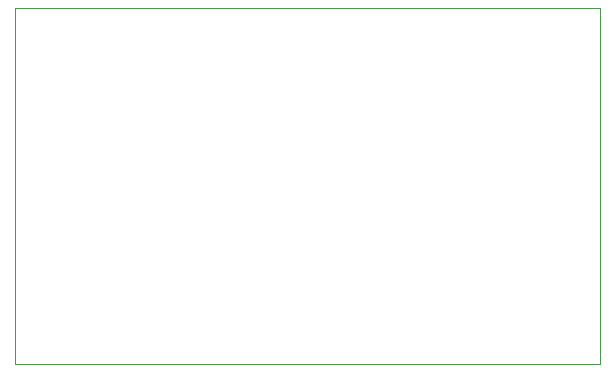
<source format=gbr>
%FSTAX23Y23*%
%MOIN*%
%SFA1B1*%

%IPPOS*%
%ADD69C,0.001000*%
%LNpanel-new_profile-1*%
%LPD*%
G54D69*
X00025Y00005D02*
X01975D01*
Y0119*
X00025*
Y0078*
Y0042*
Y00005*
M02*
</source>
